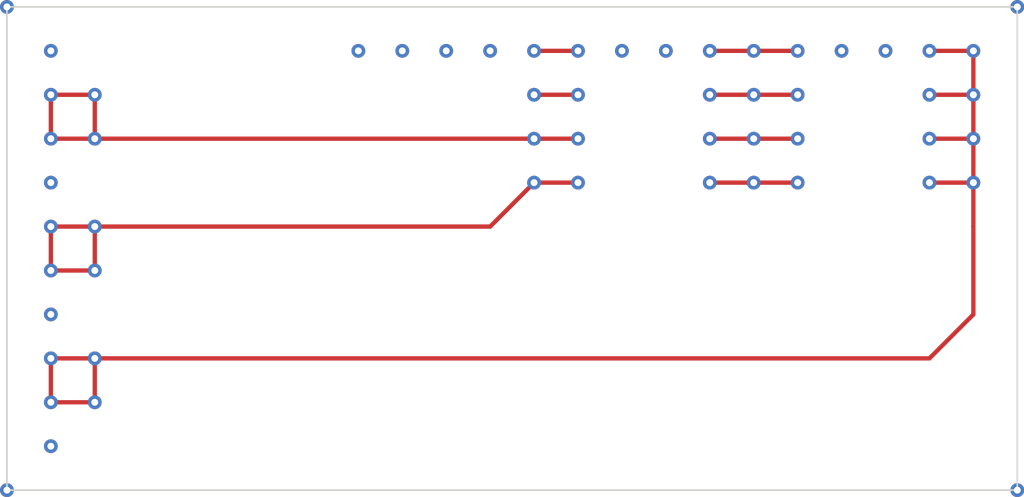
<source format=kicad_pcb>
(kicad_pcb (version 20221018) (generator pcbnew)

  (general
    (thickness 1.6)
  )

  (paper "A4")
  (layers
    (0 "F.Cu" signal)
    (31 "B.Cu" signal)
    (32 "B.Adhes" user "B.Adhesive")
    (33 "F.Adhes" user "F.Adhesive")
    (34 "B.Paste" user)
    (35 "F.Paste" user)
    (36 "B.SilkS" user "B.Silkscreen")
    (37 "F.SilkS" user "F.Silkscreen")
    (38 "B.Mask" user)
    (39 "F.Mask" user)
    (40 "Dwgs.User" user "User.Drawings")
    (41 "Cmts.User" user "User.Comments")
    (42 "Eco1.User" user "User.Eco1")
    (43 "Eco2.User" user "User.Eco2")
    (44 "Edge.Cuts" user)
    (45 "Margin" user)
    (46 "B.CrtYd" user "B.Courtyard")
    (47 "F.CrtYd" user "F.Courtyard")
    (48 "B.Fab" user)
    (49 "F.Fab" user)
    (50 "User.1" user)
    (51 "User.2" user)
    (52 "User.3" user)
    (53 "User.4" user)
    (54 "User.5" user)
    (55 "User.6" user)
    (56 "User.7" user)
    (57 "User.8" user)
    (58 "User.9" user)
  )

  (setup
    (pad_to_mask_clearance 0)
    (pcbplotparams
      (layerselection 0x00010fc_ffffffff)
      (plot_on_all_layers_selection 0x0000000_00000000)
      (disableapertmacros false)
      (usegerberextensions false)
      (usegerberattributes true)
      (usegerberadvancedattributes true)
      (creategerberjobfile true)
      (dashed_line_dash_ratio 12.000000)
      (dashed_line_gap_ratio 3.000000)
      (svgprecision 4)
      (plotframeref false)
      (viasonmask false)
      (mode 1)
      (useauxorigin false)
      (hpglpennumber 1)
      (hpglpenspeed 20)
      (hpglpendiameter 15.000000)
      (dxfpolygonmode true)
      (dxfimperialunits true)
      (dxfusepcbnewfont true)
      (psnegative false)
      (psa4output false)
      (plotreference true)
      (plotvalue true)
      (plotinvisibletext false)
      (sketchpadsonfab false)
      (subtractmaskfromsilk false)
      (outputformat 1)
      (mirror false)
      (drillshape 1)
      (scaleselection 1)
      (outputdirectory "")
    )
  )

  (net 0 "")

  (gr_rect (start 104.14 60.96) (end 162.56 88.9)
    (stroke (width 0.1) (type default)) (fill none) (layer "Edge.Cuts") (tstamp 3b3e0919-9240-4e88-98bc-c7a30301080c))

  (segment (start 106.68 68.58) (end 109.22 68.58) (width 0.25) (layer "F.Cu") (net 0) (tstamp 0023285e-de9f-4c90-a3fb-4801fbace20e))
  (segment (start 106.68 83.82) (end 109.22 83.82) (width 0.25) (layer "F.Cu") (net 0) (tstamp 06e720e6-fd0c-4651-b9af-b422fb56f3d5))
  (segment (start 144.78 68.58) (end 149.86 68.58) (width 0.25) (layer "F.Cu") (net 0) (tstamp 08b82f26-8d16-4a89-acd7-202c1a9c7378))
  (segment (start 157.48 81.28) (end 160.02 78.74) (width 0.25) (layer "F.Cu") (net 0) (tstamp 0e6a193d-ae19-451f-8040-338ce7c0340a))
  (segment (start 157.48 68.58) (end 160.02 68.58) (width 0.25) (layer "F.Cu") (net 0) (tstamp 1269ecde-792d-48bb-ac8f-0f26ac418b88))
  (segment (start 144.78 71.12) (end 149.86 71.12) (width 0.25) (layer "F.Cu") (net 0) (tstamp 13c412c7-3d4a-40eb-850c-de7e44973c39))
  (segment (start 137.16 63.5) (end 134.62 63.5) (width 0.25) (layer "F.Cu") (net 0) (tstamp 1979bc3d-9886-4eee-87a4-79f9582592e1))
  (segment (start 109.22 73.66) (end 132.08 73.66) (width 0.25) (layer "F.Cu") (net 0) (tstamp 2347edfe-d94c-44bb-a753-97c7150a9252))
  (segment (start 160.02 63.5) (end 160.02 73.66) (width 0.25) (layer "F.Cu") (net 0) (tstamp 276b0680-3e42-4a0e-beb1-f91edfaf4fda))
  (segment (start 157.48 71.12) (end 160.02 71.12) (width 0.25) (layer "F.Cu") (net 0) (tstamp 322cda57-122a-44ba-b42f-066953436aaa))
  (segment (start 160.02 66.04) (end 157.48 66.04) (width 0.25) (layer "F.Cu") (net 0) (tstamp 45d37825-bfba-4719-8de3-6f200551b242))
  (segment (start 106.68 76.2) (end 109.22 76.2) (width 0.25) (layer "F.Cu") (net 0) (tstamp 5f3571a8-179c-4c0c-a86e-9edc1c4d86e9))
  (segment (start 132.08 73.66) (end 134.62 71.12) (width 0.25) (layer "F.Cu") (net 0) (tstamp 6de71f8c-a8eb-4b2b-9885-c4a6a28d1a7d))
  (segment (start 106.68 68.58) (end 106.68 66.04) (width 0.25) (layer "F.Cu") (net 0) (tstamp 73056b41-f4fc-4d83-bb9c-5b0ff17e0dc1))
  (segment (start 106.68 73.66) (end 106.68 76.2) (width 0.25) (layer "F.Cu") (net 0) (tstamp 79d3001a-053e-40e3-8f2f-2d67857a3a64))
  (segment (start 106.68 73.66) (end 109.22 73.66) (width 0.25) (layer "F.Cu") (net 0) (tstamp 7b8a8328-9132-4b4c-a633-1ce84fc210e2))
  (segment (start 106.68 81.28) (end 106.68 83.82) (width 0.25) (layer "F.Cu") (net 0) (tstamp 7f4f53d7-cb22-4a37-9e5b-ab80bed13e4a))
  (segment (start 106.68 81.28) (end 109.22 81.28) (width 0.25) (layer "F.Cu") (net 0) (tstamp 85684f73-6a22-4ec0-b387-1e9eb98c8670))
  (segment (start 106.68 66.04) (end 109.22 66.04) (width 0.25) (layer "F.Cu") (net 0) (tstamp 87ac80fb-5ec4-4f7b-827a-bd696e4478ae))
  (segment (start 137.16 68.58) (end 134.62 68.58) (width 0.25) (layer "F.Cu") (net 0) (tstamp 8b33697b-14e0-4965-8ea1-33f0d4057e4e))
  (segment (start 137.16 66.04) (end 134.62 66.04) (width 0.25) (layer "F.Cu") (net 0) (tstamp a5a37097-0ecc-4fba-a2c0-ce1da777c61d))
  (segment (start 109.22 68.58) (end 134.62 68.58) (width 0.25) (layer "F.Cu") (net 0) (tstamp ae9a5462-4e0d-46a2-902d-233ca842333b))
  (segment (start 109.22 66.04) (end 109.22 68.58) (width 0.25) (layer "F.Cu") (net 0) (tstamp b22a5d1a-d96f-4b99-8deb-ca7f5c3e1e20))
  (segment (start 144.78 63.5) (end 149.86 63.5) (width 0.25) (layer "F.Cu") (net 0) (tstamp c385254c-0b1c-46c9-9e12-8786af3c157a))
  (segment (start 109.22 83.82) (end 109.22 81.28) (width 0.25) (layer "F.Cu") (net 0) (tstamp d8271bc0-6eaf-4291-9fc9-396b6fccb656))
  (segment (start 157.48 63.5) (end 160.02 63.5) (width 0.25) (layer "F.Cu") (net 0) (tstamp dbbd122b-a1ee-4ef1-9641-a4cbc64f1f53))
  (segment (start 144.78 66.04) (end 149.86 66.04) (width 0.25) (layer "F.Cu") (net 0) (tstamp de76299c-f17c-40c0-87f9-aad297426e5b))
  (segment (start 109.22 73.66) (end 109.22 76.2) (width 0.25) (layer "F.Cu") (net 0) (tstamp e175ad01-b356-4454-b5dd-7ed5d0dcd7be))
  (segment (start 109.22 81.28) (end 157.48 81.28) (width 0.25) (layer "F.Cu") (net 0) (tstamp e26436c9-fb2b-4ba1-bbef-608b2dd84453))
  (segment (start 160.02 78.74) (end 160.02 73.66) (width 0.25) (layer "F.Cu") (net 0) (tstamp e822e073-eff7-4ef4-a4d2-8d192e8eda28))
  (segment (start 137.16 71.12) (end 134.62 71.12) (width 0.25) (layer "F.Cu") (net 0) (tstamp fa663914-242c-4597-bd44-2334e9ba2b9e))
  (segment (start 160.02 73.66) (end 160.02 71.12) (width 0) (layer "F.Cu") (net 0) (tstamp ffaf9410-ce97-4759-b5c7-18760b1032e5))
  (via (at 106.68 81.28) (size 0.8) (drill 0.4) (layers "F.Cu" "B.Cu") (net 0) (tstamp 03cc3f8f-eb89-497e-8a2e-239609dcf9b3))
  (via (at 109.22 76.2) (size 0.8) (drill 0.4) (layers "F.Cu" "B.Cu") (net 0) (tstamp 04eba83f-eabd-4649-9b60-ca4f71ca5df0))
  (via (at 134.62 66.04) (size 0.8) (drill 0.4) (layers "F.Cu" "B.Cu") (net 0) (tstamp 07897855-f30d-40d8-b594-0cef7eb29cd0))
  (via (at 149.86 71.12) (size 0.8) (drill 0.4) (layers "F.Cu" "B.Cu") (net 0) (tstamp 0b377752-95af-48de-8f56-c50e78b5fa22))
  (via (at 109.22 83.82) (size 0.8) (drill 0.4) (layers "F.Cu" "B.Cu") (net 0) (tstamp 0cd9f1e6-b033-4f09-b2c8-884cf58e7d71))
  (via (at 137.16 71.12) (size 0.8) (drill 0.4) (layers "F.Cu" "B.Cu") (net 0) (tstamp 12f06f59-9143-42a8-b05d-52cc6f768742))
  (via (at 137.16 68.58) (size 0.8) (drill 0.4) (layers "F.Cu" "B.Cu") (net 0) (tstamp 1315899a-4261-45c8-8daf-cc3916a3d01e))
  (via (at 147.32 71.12) (size 0.8) (drill 0.4) (layers "F.Cu" "B.Cu") (net 0) (tstamp 14308cc5-2ba1-4586-823a-5faf7b63a85d))
  (via (at 129.54 63.5) (size 0.8) (drill 0.4) (layers "F.Cu" "B.Cu") (net 0) (tstamp 17d8a6a3-6bae-4bd9-ade6-9d33a30c2bc9))
  (via (at 132.08 63.5) (size 0.8) (drill 0.4) (layers "F.Cu" "B.Cu") (net 0) (tstamp 1ddf5017-a4f4-4753-94b3-86d2a4570cea))
  (via (at 144.78 71.12) (size 0.8) (drill 0.4) (layers "F.Cu" "B.Cu") (net 0) (tstamp 21c30a23-033d-482a-aacc-429d07c2dc59))
  (via (at 147.32 68.58) (size 0.8) (drill 0.4) (layers "F.Cu" "B.Cu") (net 0) (tstamp 238225dc-29dd-48b6-af1c-0dc225dbe5e3))
  (via (at 157.48 68.58) (size 0.8) (drill 0.4) (layers "F.Cu" "B.Cu") (net 0) (tstamp 25a85c4f-1623-4aa3-b5ed-2327b6c7162a))
  (via (at 162.56 60.96) (size 0.8) (drill 0.4) (layers "F.Cu" "B.Cu") (net 0) (tstamp 25d422c4-7234-44d8-80a0-d1182077b643))
  (via (at 157.48 63.5) (size 0.8) (drill 0.4) (layers "F.Cu" "B.Cu") (net 0) (tstamp 2b94196d-d29a-4a6e-91c2-dccd582488e5))
  (via (at 106.68 71.12) (size 0.8) (drill 0.4) (layers "F.Cu" "B.Cu") (net 0) (tstamp 2ec65b58-f90d-4fac-a169-0b0bf878fa86))
  (via (at 157.48 71.12) (size 0.8) (drill 0.4) (layers "F.Cu" "B.Cu") (net 0) (tstamp 3933ff3f-c23e-4653-b9ca-401181c1f642))
  (via (at 124.46 63.5) (size 0.8) (drill 0.4) (layers "F.Cu" "B.Cu") (net 0) (tstamp 4b02dece-7bdd-4145-8158-ff5a38b09ed5))
  (via (at 134.62 63.5) (size 0.8) (drill 0.4) (layers "F.Cu" "B.Cu") (net 0) (tstamp 4f033b35-4d29-47b9-b82a-4dc6d1646205))
  (via (at 106.68 66.04) (size 0.8) (drill 0.4) (layers "F.Cu" "B.Cu") (net 0) (tstamp 54aec191-847d-4ce8-b6fb-92fe43c51cc6))
  (via (at 106.68 78.74) (size 0.8) (drill 0.4) (layers "F.Cu" "B.Cu") (net 0) (tstamp 55450ca0-aabd-4c9e-9f1b-218bb0ce372f))
  (via (at 109.22 66.04) (size 0.8) (drill 0.4) (layers "F.Cu" "B.Cu") (net 0) (tstamp 5d35ae81-c6ba-4b23-b310-b9a1fa73a308))
  (via (at 160.02 66.04) (size 0.8) (drill 0.4) (layers "F.Cu" "B.Cu") (net 0) (tstamp 5f7ffd8c-de44-40d8-a115-2287b68802b3))
  (via (at 106.68 68.58) (size 0.8) (drill 0.4) (layers "F.Cu" "B.Cu") (net 0) (tstamp 60b0aaf3-0d40-4400-b117-919b6b73c2aa))
  (via (at 109.22 81.28) (size 0.8) (drill 0.4) (layers "F.Cu" "B.Cu") (net 0) (tstamp 6306dc0c-8622-4fe7-9f6a-1ed49962a529))
  (via (at 137.16 66.04) (size 0.8) (drill 0.4) (layers "F.Cu" "B.Cu") (net 0) (tstamp 66f07ee0-eca3-4535-ac8a-f629b0ee0d76))
  (via (at 139.7 63.5) (size 0.8) (drill 0.4) (layers "F.Cu" "B.Cu") (net 0) (tstamp 6b16740e-6dcf-45d0-8c4b-fd260cdd4835))
  (via (at 162.56 88.9) (size 0.8) (drill 0.4) (layers "F.Cu" "B.Cu") (net 0) (tstamp 6ec42538-2e2d-438e-ba87-911b252ea2ee))
  (via (at 109.22 73.66) (size 0.8) (drill 0.4) (layers "F.Cu" "B.Cu") (net 0) (tstamp 76b9ce2d-4a76-49c7-9062-f905a6a07d01))
  (via (at 147.32 66.04) (size 0.8) (drill 0.4) (layers "F.Cu" "B.Cu") (net 0) (tstamp 77492efd-bec5-45f6-98bc-42f047d2ee12))
  (via (at 137.16 63.5) (size 0.8) (drill 0.4) (layers "F.Cu" "B.Cu") (net 0) (tstamp 7865f383-47ce-46cd-95bf-49dcb1eb12c5))
  (via (at 149.86 68.58) (size 0.8) (drill 0.4) (layers "F.Cu" "B.Cu") (net 0) (tstamp 7a1e012f-349b-4e5b-b51a-4ebabdf93468))
  (via (at 106.68 63.5) (size 0.8) (drill 0.4) (layers "F.Cu" "B.Cu") (net 0) (tstamp 7f249cee-9b77-4626-8224-0ea5f4ff8919))
  (via (at 144.78 66.04) (size 0.8) (drill 0.4) (layers "F.Cu" "B.Cu") (net 0) (tstamp 821efb73-409a-47a0-9985-beb05481d526))
  (via (at 149.86 63.5) (size 0.8) (drill 0.4) (layers "F.Cu" "B.Cu") (net 0) (tstamp 84e8351f-5aed-4140-a544-68b7ab5fe127))
  (via (at 152.4 63.5) (size 0.8) (drill 0.4) (layers "F.Cu" "B.Cu") (net 0) (tstamp 8be01544-032f-4ce5-b389-d68019d6cc65))
  (via (at 134.62 68.58) (size 0.8) (drill 0.4) (layers "F.Cu" "B.Cu") (net 0) (tstamp 930c0b1f-2f91-4618-bcc4-b709dd04af53))
  (via (at 104.14 88.9) (size 0.8) (drill 0.4) (layers "F.Cu" "B.Cu") (net 0) (tstamp 98436d18-0e06-42c9-ac75-d3b94af83362))
  (via (at 149.86 66.04) (size 0.8) (drill 0.4) (layers "F.Cu" "B.Cu") (net 0) (tstamp 98c69ec3-c0aa-4982-b56d-c4224a587cc5))
  (via (at 109.22 68.58) (size 0.8) (drill 0.4) (layers "F.Cu" "B.Cu") (net 0) (tstamp 9c8157ed-9a6c-4370-b173-c42add0628c7))
  (via (at 106.68 76.2) (size 0.8) (drill 0.4) (layers "F.Cu" "B.Cu") (net 0) (tstamp a6676070-6964-4729-97fd-754e3fe4a341))
  (via (at 106.68 86.36) (size 0.8) (drill 0.4) (layers "F.Cu" "B.Cu") (net 0) (tstamp aa83c9ec-ffb4-4c16-b0e3-75cd8a5ce29d))
  (via (at 104.14 60.96) (size 0.8) (drill 0.4) (layers "F.Cu" "B.Cu") (net 0) (tstamp ae309382-e57b-405f-8e8c-e49624176aab))
  (via (at 106.68 83.82) (size 0.8) (drill 0.4) (layers "F.Cu" "B.Cu") (net 0) (tstamp b39b2221-04ea-4f63-9598-cea1742c0da1))
  (via (at 154.94 63.5) (size 0.8) (drill 0.4) (layers "F.Cu" "B.Cu") (net 0) (tstamp b97a5160-94c7-4064-8d6a-df1017960f56))
  (via (at 106.68 73.66) (size 0.8) (drill 0.4) (layers "F.Cu" "B.Cu") (net 0) (tstamp c2d0c9c1-4740-464e-8299-c7aa98265e21))
  (via (at 144.78 63.5) (size 0.8) (drill 0.4) (layers "F.Cu" "B.Cu") (net 0) (tstamp c875a67b-9b9f-4b0e-9cc1-98816f6e4da7))
  (via (at 157.48 66.04) (size 0.8) (drill 0.4) (layers "F.Cu" "B.Cu") (net 0) (tstamp c9eeb9e5-709b-4b45-9524-744e264fe77e))
  (via (at 134.62 71.12) (size 0.8) (drill 0.4) (layers "F.Cu" "B.Cu") (net 0) (tstamp d33f178d-8e10-4888-8c94-f56d336acae3))
  (via (at 160.02 63.5) (size 0.8) (drill 0.4) (layers "F.Cu" "B.Cu") (net 0) (tstamp dc005764-a638-4cfa-a9f2-b9bdc8d562c2))
  (via (at 147.32 63.5) (size 0.8) (drill 0.4) (layers "F.Cu" "B.Cu") (net 0) (tstamp dc6c632e-111d-477a-94d8-d1b3e6e3dde5))
  (via (at 142.24 63.5) (size 0.8) (drill 0.4) (layers "F.Cu" "B.Cu") (net 0) (tstamp dcfb8f98-e2e3-47b8-93d0-ec9a929d8b5c))
  (via (at 144.78 68.58) (size 0.8) (drill 0.4) (layers "F.Cu" "B.Cu") (net 0) (tstamp e372d05b-10ff-43e4-a95f-3121ea7abbf0))
  (via (at 160.02 71.12) (size 0.8) (drill 0.4) (layers "F.Cu" "B.Cu") (net 0) (tstamp e74fd98f-5107-4a04-89b7-5b96cd038564))
  (via (at 127 63.5) (size 0.8) (drill 0.4) (layers "F.Cu" "B.Cu") (net 0) (tstamp f265ded5-182a-481e-a3e1-042274418177))
  (via (at 160.02 68.58) (size 0.8) (drill 0.4) (layers "F.Cu" "B.Cu") (net 0) (tstamp f322ccfc-f6cd-4b1c-af4d-eb6a761b648d))

)

</source>
